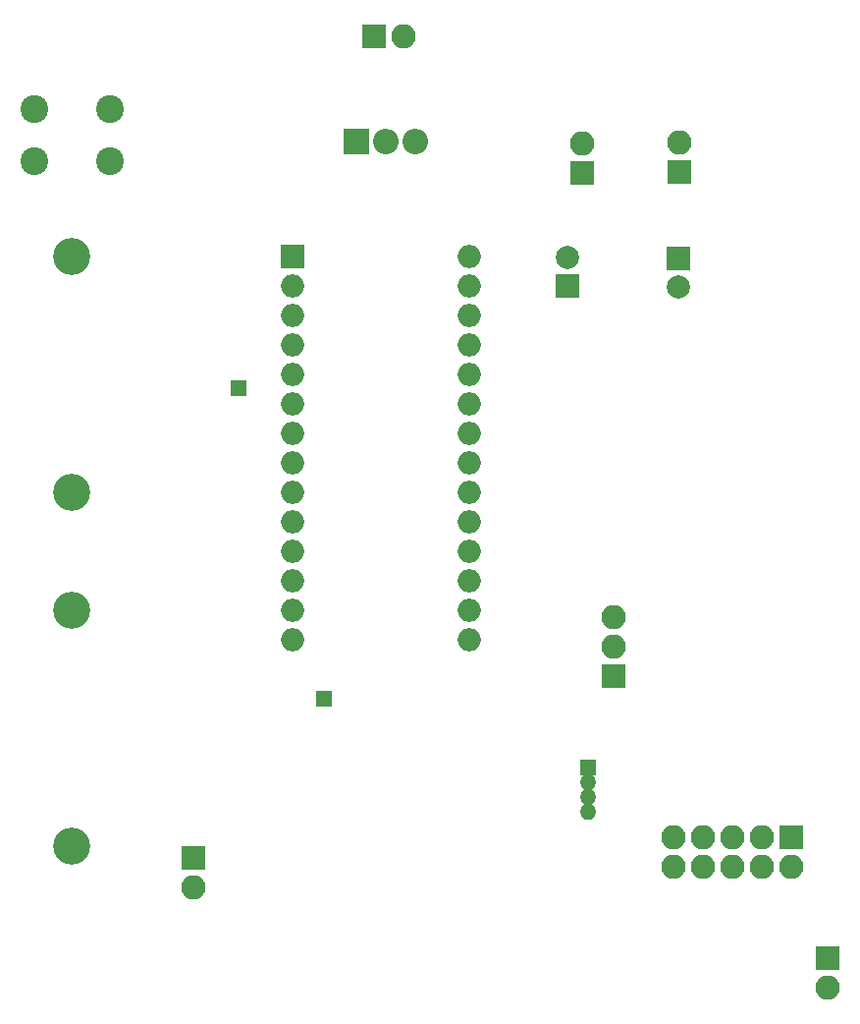
<source format=gbr>
G04 #@! TF.FileFunction,Soldermask,Bot*
%FSLAX46Y46*%
G04 Gerber Fmt 4.6, Leading zero omitted, Abs format (unit mm)*
G04 Created by KiCad (PCBNEW 4.0.7) date 12/21/18 01:54:59*
%MOMM*%
%LPD*%
G01*
G04 APERTURE LIST*
%ADD10C,0.100000*%
%ADD11R,1.400000X1.400000*%
%ADD12O,1.400000X1.400000*%
%ADD13R,2.000000X2.000000*%
%ADD14O,2.000000X2.000000*%
%ADD15R,2.100000X2.100000*%
%ADD16O,2.100000X2.100000*%
%ADD17R,2.200000X2.200000*%
%ADD18O,2.200000X2.200000*%
%ADD19C,2.000000*%
%ADD20C,3.200000*%
%ADD21O,3.200000X3.200000*%
%ADD22C,2.400000*%
G04 APERTURE END LIST*
D10*
D11*
X82500000Y-87500000D03*
D12*
X82500000Y-88770000D03*
X82500000Y-90040000D03*
X82500000Y-91310000D03*
D13*
X57000000Y-43400000D03*
D14*
X72240000Y-76420000D03*
X57000000Y-45940000D03*
X72240000Y-73880000D03*
X57000000Y-48480000D03*
X72240000Y-71340000D03*
X57000000Y-51020000D03*
X72240000Y-68800000D03*
X57000000Y-53560000D03*
X72240000Y-66260000D03*
X57000000Y-56100000D03*
X72240000Y-63720000D03*
X57000000Y-58640000D03*
X72240000Y-61180000D03*
X57000000Y-61180000D03*
X72240000Y-58640000D03*
X57000000Y-63720000D03*
X72240000Y-56100000D03*
X57000000Y-66260000D03*
X72240000Y-53560000D03*
X57000000Y-68800000D03*
X72240000Y-51020000D03*
X57000000Y-71340000D03*
X72240000Y-48480000D03*
X57000000Y-73880000D03*
X72240000Y-45940000D03*
X57000000Y-76420000D03*
X72240000Y-43400000D03*
D15*
X64000000Y-24500000D03*
D16*
X66540000Y-24500000D03*
D17*
X62500000Y-33500000D03*
D18*
X65040000Y-33500000D03*
X67580000Y-33500000D03*
D13*
X80750000Y-46000000D03*
D19*
X80750000Y-43500000D03*
D20*
X38000000Y-63750000D03*
D21*
X38000000Y-43430000D03*
D20*
X38000000Y-94250000D03*
D21*
X38000000Y-73930000D03*
D13*
X90300000Y-43600000D03*
D19*
X90300000Y-46100000D03*
D15*
X82000000Y-36250000D03*
D16*
X82000000Y-33710000D03*
D15*
X84700000Y-79600000D03*
D16*
X84700000Y-77060000D03*
X84700000Y-74520000D03*
D15*
X103125000Y-103875000D03*
D16*
X103125000Y-106415000D03*
D15*
X100000000Y-93500000D03*
D16*
X100000000Y-96040000D03*
X97460000Y-93500000D03*
X97460000Y-96040000D03*
X94920000Y-93500000D03*
X94920000Y-96040000D03*
X92380000Y-93500000D03*
X92380000Y-96040000D03*
X89840000Y-93500000D03*
X89840000Y-96040000D03*
D15*
X90400000Y-36200000D03*
D16*
X90400000Y-33660000D03*
D15*
X48500000Y-95250000D03*
D16*
X48500000Y-97790000D03*
D11*
X52400000Y-54800000D03*
X59750000Y-81500000D03*
D22*
X41250000Y-30750000D03*
X41250000Y-35250000D03*
X34750000Y-30750000D03*
X34750000Y-35250000D03*
M02*

</source>
